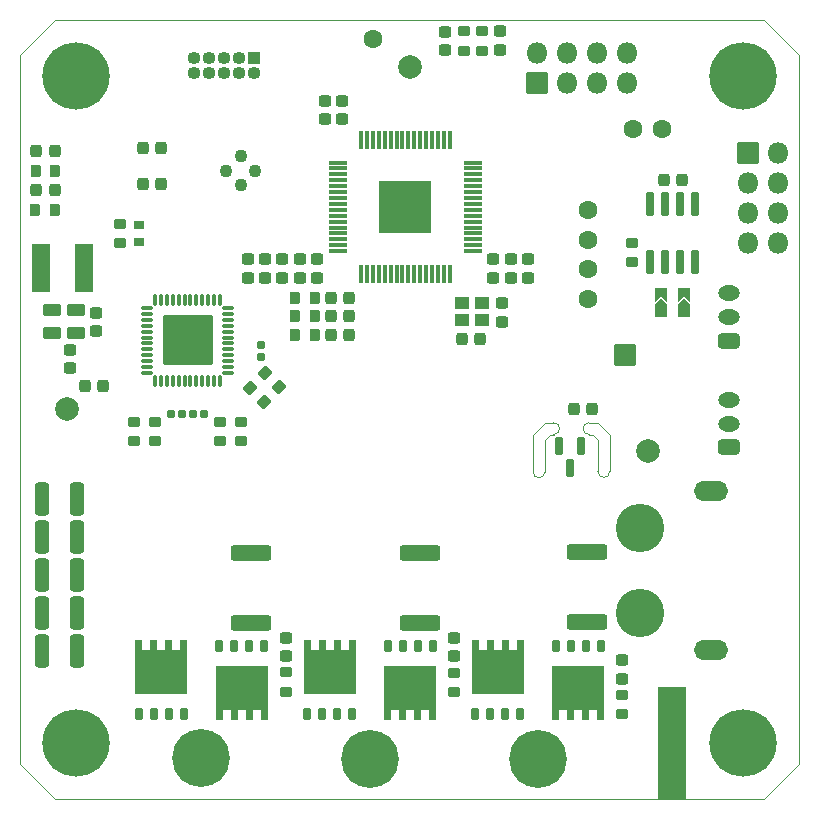
<source format=gts>
%TF.GenerationSoftware,KiCad,Pcbnew,(5.99.0-10830-g25678ee00d)*%
%TF.CreationDate,2021-08-24T11:38:22+02:00*%
%TF.ProjectId,OpenTurn,4f70656e-5475-4726-9e2e-6b696361645f,rev?*%
%TF.SameCoordinates,Original*%
%TF.FileFunction,Soldermask,Top*%
%TF.FilePolarity,Negative*%
%FSLAX46Y46*%
G04 Gerber Fmt 4.6, Leading zero omitted, Abs format (unit mm)*
G04 Created by KiCad (PCBNEW (5.99.0-10830-g25678ee00d)) date 2021-08-24 11:38:22*
%MOMM*%
%LPD*%
G01*
G04 APERTURE LIST*
G04 Aperture macros list*
%AMRoundRect*
0 Rectangle with rounded corners*
0 $1 Rounding radius*
0 $2 $3 $4 $5 $6 $7 $8 $9 X,Y pos of 4 corners*
0 Add a 4 corners polygon primitive as box body*
4,1,4,$2,$3,$4,$5,$6,$7,$8,$9,$2,$3,0*
0 Add four circle primitives for the rounded corners*
1,1,$1+$1,$2,$3*
1,1,$1+$1,$4,$5*
1,1,$1+$1,$6,$7*
1,1,$1+$1,$8,$9*
0 Add four rect primitives between the rounded corners*
20,1,$1+$1,$2,$3,$4,$5,0*
20,1,$1+$1,$4,$5,$6,$7,0*
20,1,$1+$1,$6,$7,$8,$9,0*
20,1,$1+$1,$8,$9,$2,$3,0*%
%AMHorizOval*
0 Thick line with rounded ends*
0 $1 width*
0 $2 $3 position (X,Y) of the first rounded end (center of the circle)*
0 $4 $5 position (X,Y) of the second rounded end (center of the circle)*
0 Add line between two ends*
20,1,$1,$2,$3,$4,$5,0*
0 Add two circle primitives to create the rounded ends*
1,1,$1,$2,$3*
1,1,$1,$4,$5*%
%AMFreePoly0*
4,1,17,2.675000,1.605000,1.875000,1.605000,1.875000,0.935000,2.675000,0.935000,2.675000,0.335000,1.875000,0.335000,1.875000,-0.335000,2.675000,-0.335000,2.675000,-0.935000,1.875000,-0.935000,1.875000,-1.605000,2.675000,-1.605000,2.675000,-2.205000,-1.875000,-2.205000,-1.875000,2.205000,2.675000,2.205000,2.675000,1.605000,2.675000,1.605000,$1*%
%AMFreePoly1*
4,1,14,0.535355,0.535355,1.035355,0.035355,1.050000,0.000000,1.035355,-0.035355,0.535355,-0.535355,0.500000,-0.550000,-0.500000,-0.550000,-0.535355,-0.535355,-0.550000,-0.500000,-0.550000,0.500000,-0.535355,0.535355,-0.500000,0.550000,0.500000,0.550000,0.535355,0.535355,0.535355,0.535355,$1*%
%AMFreePoly2*
4,1,16,0.535355,0.535355,0.550000,0.500000,0.550000,-0.500000,0.535355,-0.535355,0.500000,-0.550000,-0.650000,-0.550000,-0.685355,-0.535355,-0.700000,-0.500000,-0.685355,-0.464645,-0.220710,0.000000,-0.685355,0.464645,-0.700000,0.500000,-0.685355,0.535355,-0.650000,0.550000,0.500000,0.550000,0.535355,0.535355,0.535355,0.535355,$1*%
G04 Aperture macros list end*
%ADD10C,0.100000*%
%TA.AperFunction,Profile*%
%ADD11C,0.050000*%
%TD*%
%ADD12RoundRect,0.225000X-0.225000X-0.300000X0.225000X-0.300000X0.225000X0.300000X-0.225000X0.300000X0*%
%ADD13RoundRect,0.250000X-0.275000X0.250000X-0.275000X-0.250000X0.275000X-0.250000X0.275000X0.250000X0*%
%ADD14RoundRect,0.250000X-0.250000X-0.275000X0.250000X-0.275000X0.250000X0.275000X-0.250000X0.275000X0*%
%ADD15R,4.400000X4.400000*%
%ADD16RoundRect,0.050000X0.750000X0.150000X-0.750000X0.150000X-0.750000X-0.150000X0.750000X-0.150000X0*%
%ADD17RoundRect,0.050000X-0.150000X0.750000X-0.150000X-0.750000X0.150000X-0.750000X0.150000X0.750000X0*%
%ADD18RoundRect,0.270833X0.654167X-0.379167X0.654167X0.379167X-0.654167X0.379167X-0.654167X-0.379167X0*%
%ADD19O,1.850000X1.300000*%
%ADD20RoundRect,0.050000X-0.500000X0.500000X-0.500000X-0.500000X0.500000X-0.500000X0.500000X0.500000X0*%
%ADD21O,1.100000X1.100000*%
%ADD22RoundRect,0.270408X-1.454592X0.392092X-1.454592X-0.392092X1.454592X-0.392092X1.454592X0.392092X0*%
%ADD23FreePoly0,270.000000*%
%ADD24RoundRect,0.050000X-0.250000X0.425000X-0.250000X-0.425000X0.250000X-0.425000X0.250000X0.425000X0*%
%ADD25RoundRect,0.250000X0.275000X-0.250000X0.275000X0.250000X-0.275000X0.250000X-0.275000X-0.250000X0*%
%ADD26RoundRect,0.225000X0.300000X-0.225000X0.300000X0.225000X-0.300000X0.225000X-0.300000X-0.225000X0*%
%ADD27RoundRect,0.225000X0.371231X0.053033X0.053033X0.371231X-0.371231X-0.053033X-0.053033X-0.371231X0*%
%ADD28FreePoly0,90.000000*%
%ADD29RoundRect,0.050000X0.250000X-0.425000X0.250000X0.425000X-0.250000X0.425000X-0.250000X-0.425000X0*%
%ADD30C,2.000000*%
%ADD31RoundRect,0.050000X0.850000X-0.850000X0.850000X0.850000X-0.850000X0.850000X-0.850000X-0.850000X0*%
%ADD32O,1.800000X1.800000*%
%ADD33RoundRect,0.165000X0.195000X-0.165000X0.195000X0.165000X-0.195000X0.165000X-0.195000X-0.165000X0*%
%ADD34RoundRect,0.271739X-0.353261X-1.128261X0.353261X-1.128261X0.353261X1.128261X-0.353261X1.128261X0*%
%ADD35RoundRect,0.050000X-0.850000X-0.850000X0.850000X-0.850000X0.850000X0.850000X-0.850000X0.850000X0*%
%ADD36C,1.600000*%
%ADD37RoundRect,0.243750X-0.243750X-0.281250X0.243750X-0.281250X0.243750X0.281250X-0.243750X0.281250X0*%
%ADD38RoundRect,0.275000X0.500000X-0.275000X0.500000X0.275000X-0.500000X0.275000X-0.500000X-0.275000X0*%
%ADD39RoundRect,0.050000X0.750000X2.000000X-0.750000X2.000000X-0.750000X-2.000000X0.750000X-2.000000X0*%
%ADD40RoundRect,0.243750X0.281250X-0.243750X0.281250X0.243750X-0.281250X0.243750X-0.281250X-0.243750X0*%
%ADD41RoundRect,0.250000X0.250000X0.275000X-0.250000X0.275000X-0.250000X-0.275000X0.250000X-0.275000X0*%
%ADD42RoundRect,0.225000X-0.300000X0.225000X-0.300000X-0.225000X0.300000X-0.225000X0.300000X0.225000X0*%
%ADD43RoundRect,0.165000X0.165000X0.195000X-0.165000X0.195000X-0.165000X-0.195000X0.165000X-0.195000X0*%
%ADD44C,5.700000*%
%ADD45HorizOval,1.100000X0.000000X0.000000X0.000000X0.000000X0*%
%ADD46RoundRect,0.175000X-0.175000X0.850000X-0.175000X-0.850000X0.175000X-0.850000X0.175000X0.850000X0*%
%ADD47FreePoly1,90.000000*%
%ADD48FreePoly2,90.000000*%
%ADD49RoundRect,0.050000X-0.350000X0.300000X-0.350000X-0.300000X0.350000X-0.300000X0.350000X0.300000X0*%
%ADD50RoundRect,0.050000X0.575000X0.500000X-0.575000X0.500000X-0.575000X-0.500000X0.575000X-0.500000X0*%
%ADD51RoundRect,0.087500X-0.087500X0.400000X-0.087500X-0.400000X0.087500X-0.400000X0.087500X0.400000X0*%
%ADD52RoundRect,0.087500X-0.400000X0.087500X-0.400000X-0.087500X0.400000X-0.087500X0.400000X0.087500X0*%
%ADD53RoundRect,0.050000X-2.050000X2.050000X-2.050000X-2.050000X2.050000X-2.050000X2.050000X2.050000X0*%
%ADD54RoundRect,0.165000X-0.165000X-0.195000X0.165000X-0.195000X0.165000X0.195000X-0.165000X0.195000X0*%
%ADD55RoundRect,0.175000X-0.175000X0.612500X-0.175000X-0.612500X0.175000X-0.612500X0.175000X0.612500X0*%
%ADD56RoundRect,0.243750X0.243750X0.281250X-0.243750X0.281250X-0.243750X-0.281250X0.243750X-0.281250X0*%
%ADD57O,2.900000X1.700000*%
%ADD58C,4.100000*%
%ADD59C,4.900000*%
G04 APERTURE END LIST*
D10*
X148024999Y-150475000D02*
X150325000Y-150475000D01*
X150325000Y-150475000D02*
X150325000Y-159975000D01*
X150325000Y-159975000D02*
X148024999Y-159975000D01*
X148024999Y-159975000D02*
X148024999Y-150475000D01*
G36*
X150325000Y-159975000D02*
G01*
X148024999Y-159975000D01*
X148024999Y-150475000D01*
X150325000Y-150475000D01*
X150325000Y-159975000D01*
G37*
X150325000Y-159975000D02*
X148024999Y-159975000D01*
X148024999Y-150475000D01*
X150325000Y-150475000D01*
X150325000Y-159975000D01*
D11*
X94000000Y-157000000D02*
X93999999Y-97000000D01*
X156999999Y-94000000D02*
X96999999Y-94000000D01*
X139200002Y-129125000D02*
X138874998Y-129125000D01*
X143950000Y-129150000D02*
X142925000Y-128125000D01*
X142199998Y-129125000D02*
X142525000Y-129125000D01*
X156999999Y-94000000D02*
X160000000Y-97000000D01*
X142925000Y-128125000D02*
X142200002Y-128125000D01*
X138874998Y-129125000D02*
X138449998Y-129550000D01*
X96999999Y-94000000D02*
X93999999Y-97000000D01*
X139199998Y-128125000D02*
G75*
G02*
X139200002Y-129125000I2J-500000D01*
G01*
X160000000Y-157000000D02*
X160000000Y-97000000D01*
X138474998Y-128125000D02*
X139199998Y-128125000D01*
X97000000Y-160000000D02*
X94000000Y-157000000D01*
X138450000Y-132275000D02*
G75*
G02*
X137450000Y-132275000I-500000J0D01*
G01*
X137450000Y-132275000D02*
X137449998Y-129150000D01*
X142950000Y-132250000D02*
X142950000Y-129550000D01*
X97000000Y-160000000D02*
X157000000Y-160000000D01*
X142525000Y-129125000D02*
X142950000Y-129550000D01*
X142200002Y-128125000D02*
G75*
G03*
X142199998Y-129125000I-2J-500000D01*
G01*
X142950000Y-132250000D02*
G75*
G03*
X143950000Y-132250000I500000J0D01*
G01*
X137449998Y-129150000D02*
X138474998Y-128125000D01*
X138450000Y-132275000D02*
X138449998Y-129550000D01*
X143950000Y-132250000D02*
X143950000Y-129150000D01*
X157000000Y-160000000D02*
X160000000Y-157000000D01*
D12*
X117317498Y-117525000D03*
X118967498Y-117525000D03*
X117317499Y-120734826D03*
X118967499Y-120734826D03*
X117317499Y-119125002D03*
X118967499Y-119125002D03*
D13*
X117730000Y-114305000D03*
X117730000Y-115855000D03*
X137044998Y-114300003D03*
X137044998Y-115850003D03*
X119824999Y-100874998D03*
X119824999Y-102424998D03*
X135574999Y-114299999D03*
X135574999Y-115849999D03*
D14*
X120342499Y-119125002D03*
X121892499Y-119125002D03*
D13*
X119199997Y-114305000D03*
X119199997Y-115855000D03*
D14*
X120342498Y-120734826D03*
X121892498Y-120734826D03*
D13*
X121300000Y-100875000D03*
X121300000Y-102425000D03*
X114750001Y-114305000D03*
X114750001Y-115855000D03*
D14*
X131399998Y-121000004D03*
X132949998Y-121000004D03*
D13*
X134799994Y-118020168D03*
X134799994Y-119570168D03*
D14*
X120342499Y-117525000D03*
X121892499Y-117525000D03*
X99525000Y-125025000D03*
X101075000Y-125025000D03*
D15*
X126649999Y-109850000D03*
D16*
X132349999Y-113600000D03*
X132349999Y-113100000D03*
X132349999Y-112600000D03*
X132349999Y-112100000D03*
X132349999Y-111600000D03*
X132349999Y-111100000D03*
X132349999Y-110600000D03*
X132349999Y-110100000D03*
X132349999Y-109600000D03*
X132349999Y-109100000D03*
X132349999Y-108600000D03*
X132349999Y-108100000D03*
X132349999Y-107600000D03*
X132349999Y-107100000D03*
X132349999Y-106600000D03*
X132349999Y-106100000D03*
D17*
X130399999Y-104150000D03*
X129899999Y-104150000D03*
X129399999Y-104150000D03*
X128899999Y-104150000D03*
X128399999Y-104150000D03*
X127899999Y-104150000D03*
X127399999Y-104150000D03*
X126899999Y-104150000D03*
X126399999Y-104150000D03*
X125899999Y-104150000D03*
X125399999Y-104150000D03*
X124899999Y-104150000D03*
X124399999Y-104150000D03*
X123899999Y-104150000D03*
X123399999Y-104150000D03*
X122899999Y-104150000D03*
D16*
X120949999Y-106100000D03*
X120949999Y-106600000D03*
X120949999Y-107100000D03*
X120949999Y-107600000D03*
X120949999Y-108100000D03*
X120949999Y-108600000D03*
X120949999Y-109100000D03*
X120949999Y-109600000D03*
X120949999Y-110100000D03*
X120949999Y-110600000D03*
X120949999Y-111100000D03*
X120949999Y-111600000D03*
X120949999Y-112100000D03*
X120949999Y-112600000D03*
X120949999Y-113100000D03*
X120949999Y-113600000D03*
D17*
X122899999Y-115550000D03*
X123399999Y-115550000D03*
X123899999Y-115550000D03*
X124399999Y-115550000D03*
X124899999Y-115550000D03*
X125399999Y-115550000D03*
X125899999Y-115550000D03*
X126399999Y-115550000D03*
X126899999Y-115550000D03*
X127399999Y-115550000D03*
X127899999Y-115550000D03*
X128399999Y-115550000D03*
X128899999Y-115550000D03*
X129399999Y-115550000D03*
X129899999Y-115550000D03*
X130399999Y-115550000D03*
D13*
X116230000Y-114305000D03*
X116230000Y-115855000D03*
X134099998Y-114300000D03*
X134099998Y-115850000D03*
D18*
X154025000Y-121175000D03*
D19*
X154025000Y-119175000D03*
X154025000Y-117175000D03*
D20*
X113790000Y-97250000D03*
D21*
X113790000Y-98520000D03*
X112520000Y-97250000D03*
X112520000Y-98520000D03*
X111250000Y-97250000D03*
X111250000Y-98520000D03*
X109980000Y-97250000D03*
X109980000Y-98520000D03*
X108710000Y-97250000D03*
X108710000Y-98520000D03*
D22*
X127869665Y-139133838D03*
X127869665Y-145058838D03*
X113600000Y-139123169D03*
X113600000Y-145048169D03*
D23*
X141275000Y-150555834D03*
D24*
X143180000Y-147005834D03*
X141910000Y-147005834D03*
X140640000Y-147005834D03*
X139370000Y-147005834D03*
D25*
X100450000Y-120400000D03*
X100450000Y-118850000D03*
D26*
X103650000Y-129687500D03*
X103650000Y-128037500D03*
D27*
X115908362Y-125120863D03*
X114741636Y-123954137D03*
D13*
X98250000Y-121975000D03*
X98250000Y-123525000D03*
D28*
X134475000Y-149255834D03*
D29*
X132570000Y-152805834D03*
X133840000Y-152805834D03*
X135110000Y-152805834D03*
X136380000Y-152805834D03*
D30*
X147225000Y-130525000D03*
D27*
X114635570Y-126393654D03*
X113468844Y-125226928D03*
D13*
X113280000Y-114305000D03*
X113280000Y-115855000D03*
D31*
X137800000Y-99350000D03*
D32*
X137800000Y-96810000D03*
X140340000Y-99350000D03*
X140340000Y-96810000D03*
X142880000Y-99350000D03*
X142880000Y-96810000D03*
X145420000Y-99350000D03*
X145420000Y-96810000D03*
D26*
X116550000Y-150910669D03*
X116550000Y-149260669D03*
D23*
X112775000Y-150550907D03*
D24*
X114680000Y-147000907D03*
X113410000Y-147000907D03*
X112140000Y-147000907D03*
X110870000Y-147000907D03*
D26*
X144975000Y-152825000D03*
X144975000Y-151175000D03*
D33*
X114400000Y-122542500D03*
X114400000Y-121582500D03*
D34*
X95875000Y-141025000D03*
X98825000Y-141025000D03*
D26*
X102500000Y-112925000D03*
X102500000Y-111275000D03*
D35*
X145200000Y-122375000D03*
D34*
X95875000Y-147425000D03*
X98825000Y-147425000D03*
D25*
X130725000Y-147910669D03*
X130725000Y-146360669D03*
D36*
X142125000Y-112625000D03*
D37*
X104412500Y-104875000D03*
X105987500Y-104875000D03*
D38*
X98716346Y-120500000D03*
X98716346Y-118600000D03*
D39*
X99400000Y-115050000D03*
X95800000Y-115050000D03*
D40*
X134690000Y-96567500D03*
X134690000Y-94992500D03*
D41*
X142475000Y-127000000D03*
X140925000Y-127000000D03*
D22*
X142000000Y-139073169D03*
X142000000Y-144998169D03*
D36*
X142125000Y-115125000D03*
D42*
X145800000Y-112900000D03*
X145800000Y-114550000D03*
D12*
X95325000Y-110098505D03*
X96975000Y-110098505D03*
D28*
X105975000Y-149250907D03*
D29*
X104070000Y-152800907D03*
X105340000Y-152800907D03*
X106610000Y-152800907D03*
X107880000Y-152800907D03*
D43*
X109609999Y-127362500D03*
X108649999Y-127362500D03*
D44*
X98750000Y-98750000D03*
D45*
X112700000Y-105572918D03*
X111497918Y-106775000D03*
X113902082Y-106775000D03*
X112700000Y-107977082D03*
D44*
X155250000Y-98750000D03*
D25*
X116550000Y-147885669D03*
X116550000Y-146335669D03*
D46*
X151180000Y-109600000D03*
X149910000Y-109600000D03*
X148640000Y-109600000D03*
X147370000Y-109600000D03*
X147370000Y-114550000D03*
X148640000Y-114550000D03*
X149910000Y-114550000D03*
X151180000Y-114550000D03*
D36*
X142125000Y-117625000D03*
D12*
X95350000Y-106798505D03*
X97000000Y-106798505D03*
D47*
X148275000Y-118700000D03*
D48*
X148275000Y-117250000D03*
D49*
X104050000Y-112795482D03*
X104050000Y-111395482D03*
D50*
X133149996Y-118025000D03*
X131399996Y-118025000D03*
X131399996Y-119425000D03*
X133149996Y-119425000D03*
D51*
X110950000Y-117725000D03*
X110450000Y-117725000D03*
X109950000Y-117725000D03*
X109450000Y-117725000D03*
X108950000Y-117725000D03*
X108450000Y-117725000D03*
X107950000Y-117725000D03*
X107450000Y-117725000D03*
X106950000Y-117725000D03*
X106450000Y-117725000D03*
X105950000Y-117725000D03*
X105450000Y-117725000D03*
D52*
X104762500Y-118412500D03*
X104762500Y-118912500D03*
X104762500Y-119412500D03*
X104762500Y-119912500D03*
X104762500Y-120412500D03*
X104762500Y-120912500D03*
X104762500Y-121412500D03*
X104762500Y-121912500D03*
X104762500Y-122412500D03*
X104762500Y-122912500D03*
X104762500Y-123412500D03*
X104762500Y-123912500D03*
D51*
X105450000Y-124600000D03*
X105950000Y-124600000D03*
X106450000Y-124600000D03*
X106950000Y-124600000D03*
X107450000Y-124600000D03*
X107950000Y-124600000D03*
X108450000Y-124600000D03*
X108950000Y-124600000D03*
X109450000Y-124600000D03*
X109950000Y-124600000D03*
X110450000Y-124600000D03*
X110950000Y-124600000D03*
D52*
X111637500Y-123912500D03*
X111637500Y-123412500D03*
X111637500Y-122912500D03*
X111637500Y-122412500D03*
X111637500Y-121912500D03*
X111637500Y-121412500D03*
X111637500Y-120912500D03*
X111637500Y-120412500D03*
X111637500Y-119912500D03*
X111637500Y-119412500D03*
X111637500Y-118912500D03*
X111637500Y-118412500D03*
D53*
X108200000Y-121162500D03*
D42*
X131620000Y-94975000D03*
X131620000Y-96625000D03*
D14*
X148500000Y-107550000D03*
X150050000Y-107550000D03*
D36*
X148400000Y-103225000D03*
X123925000Y-95625000D03*
D54*
X106794999Y-127362500D03*
X107754999Y-127362500D03*
D55*
X141550000Y-130112500D03*
X139650000Y-130112500D03*
X140600000Y-131987500D03*
D26*
X112724998Y-129687500D03*
X112724998Y-128037500D03*
D40*
X129970000Y-96579999D03*
X129970000Y-95004999D03*
D25*
X144975000Y-149800000D03*
X144975000Y-148250000D03*
D38*
X96741346Y-120500000D03*
X96741346Y-118600000D03*
D56*
X96962500Y-105148505D03*
X95387500Y-105148505D03*
D47*
X150275000Y-118700000D03*
D48*
X150275000Y-117250000D03*
D57*
X152500000Y-133875000D03*
X152500000Y-147375000D03*
D58*
X146500000Y-137025000D03*
X146500000Y-144225000D03*
D35*
X155650000Y-105300000D03*
D32*
X158190000Y-105300000D03*
X155650000Y-107840000D03*
X158190000Y-107840000D03*
X155650000Y-110380000D03*
X158190000Y-110380000D03*
X155650000Y-112920000D03*
X158190000Y-112920000D03*
D30*
X127000000Y-98000000D03*
D59*
X137875000Y-156554927D03*
X123644665Y-156560669D03*
D34*
X95875000Y-144225000D03*
X98825000Y-144225000D03*
D26*
X105450000Y-129687500D03*
X105450000Y-128037500D03*
D56*
X96962500Y-108423505D03*
X95387500Y-108423505D03*
D23*
X127044665Y-150561576D03*
D24*
X128949665Y-147011576D03*
X127679665Y-147011576D03*
X126409665Y-147011576D03*
X125139665Y-147011576D03*
D42*
X133100000Y-94975000D03*
X133100000Y-96625000D03*
D26*
X130725000Y-150935669D03*
X130725000Y-149285669D03*
D34*
X95875000Y-137825000D03*
X98825000Y-137825000D03*
D44*
X98750000Y-155250000D03*
D36*
X145900000Y-103225000D03*
D59*
X109375000Y-156550000D03*
D30*
X98000000Y-127000000D03*
D18*
X154025000Y-130200000D03*
D19*
X154025000Y-128200000D03*
X154025000Y-126200000D03*
D44*
X155250000Y-155250000D03*
D34*
X95875000Y-134625000D03*
X98825000Y-134625000D03*
D28*
X120244665Y-149261576D03*
D29*
X118339665Y-152811576D03*
X119609665Y-152811576D03*
X120879665Y-152811576D03*
X122149665Y-152811576D03*
D26*
X110925000Y-129687500D03*
X110925000Y-128037500D03*
D36*
X142125000Y-110125000D03*
D37*
X104412500Y-107875000D03*
X105987500Y-107875000D03*
M02*

</source>
